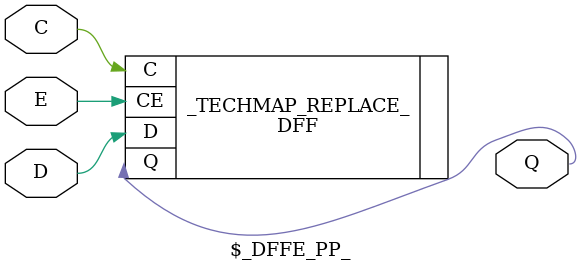
<source format=v>
module \$lut (A, Y);
	parameter WIDTH = 0;
	parameter LUT = 0;
	input [WIDTH-1:0] A;
	output Y;

	if (WIDTH == 1)
		LUT #(.K(1), .INIT(LUT)) _TECHMAP_REPLACE_ (.I0(A), .F(Y));
	else if (WIDTH == 2)
		LUT #(.K(2), .INIT(LUT)) _TECHMAP_REPLACE_ (.I0(A[0]), .I1(A[1]), .O(Y));
	else if (WIDTH == 3)
		LUT #(.K(3), .INIT(LUT)) _TECHMAP_REPLACE_ (.I0(A[0]), .I1(A[1]), .I2(A[2]), .O(Y));
	else if (WIDTH == 4)
		LUT #(.K(4), .INIT(LUT)) _TECHMAP_REPLACE_ (.I0(A[0]), .I1(A[1]), .I2(A[2]), .I3(A[3]), .O(Y));
	else if (WIDTH == 5)
		LUT #(.K(5), .INIT(LUT)) _TECHMAP_REPLACE_ (.I0(A[0]), .I1(A[1]), .I2(A[2]), .I3(A[3]), .I4(A[4]), .O(Y));

endmodule

module \$_DFF_P_ (input D, C, output Q); DFF #(.ENABLE_USED(1'b0), .RST_USED(1'b0)) _TECHMAP_REPLACE_ (.D(D), .Q(Q), .C(C)); endmodule
module \$_DFFE_PP_ (input D, C, E, output Q); DFF #(.ENABLE_USED(1'b1), .RST_USED(1'b0)) _TECHMAP_REPLACE_ (.D(D), .Q(Q), .C(C), .CE(E)); endmodule
//module \$_SDFF_PN0_ (input D, C, R, output Q); DFF #(.ENABLE_USED(1'b0), .RST_USED(1'b1)) _TECHMAP_REPLACE_ (.D(D), .Q(Q), .C(C), .RD(R)); endmodule
//module \$_SDFFE_PN0P_ (input D, C, E, R, output Q); DFF #(.ENABLE_USED(1'b1), .RST_USED(1'b1)) _TECHMAP_REPLACE_ (.D(D), .Q(Q), .C(C), .CE(E), .RD(R)); endmodule

</source>
